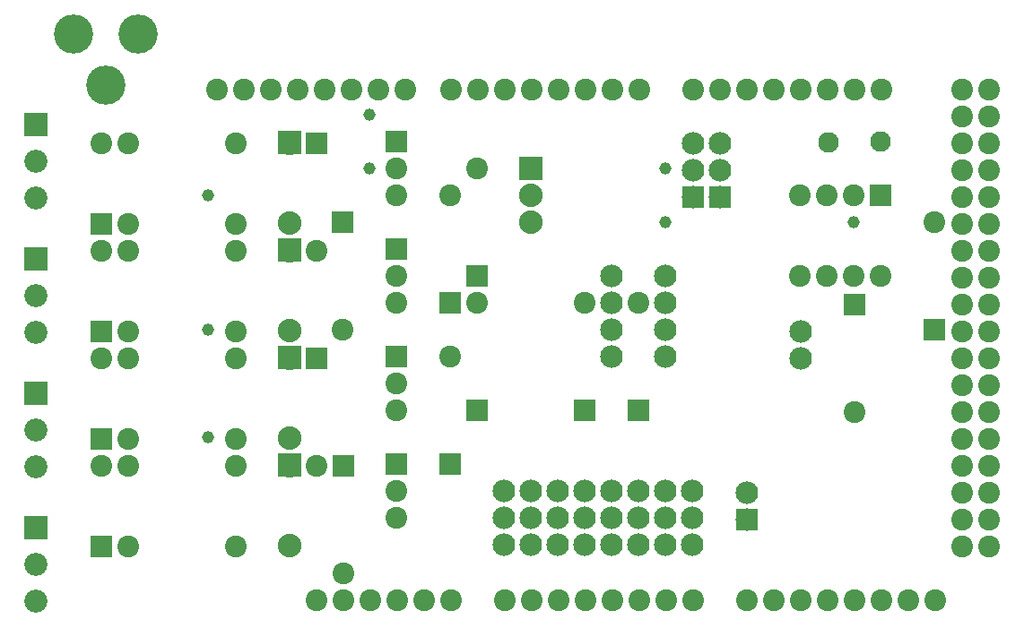
<source format=gts>
G04 MADE WITH FRITZING*
G04 WWW.FRITZING.ORG*
G04 DOUBLE SIDED*
G04 HOLES PLATED*
G04 CONTOUR ON CENTER OF CONTOUR VECTOR*
%ASAXBY*%
%FSLAX23Y23*%
%MOIN*%
%OFA0B0*%
%SFA1.0B1.0*%
%ADD10C,0.086000*%
%ADD11C,0.084000*%
%ADD12C,0.081000*%
%ADD13C,0.088000*%
%ADD14C,0.076925*%
%ADD15C,0.076866*%
%ADD16C,0.146000*%
%ADD17C,0.045370*%
%ADD18R,0.086000X0.086000*%
%ADD19R,0.081000X0.081000*%
%ADD20R,0.088000X0.088000*%
%ADD21R,0.084000X0.084000*%
%LNMASK1*%
G90*
G70*
G54D10*
X194Y1401D03*
X194Y1263D03*
X194Y1126D03*
X194Y1901D03*
X194Y1763D03*
X194Y1626D03*
X194Y401D03*
X194Y263D03*
X194Y126D03*
X194Y901D03*
X194Y763D03*
X194Y626D03*
G54D11*
X2434Y536D03*
X2434Y436D03*
X2434Y336D03*
X2534Y536D03*
X2534Y436D03*
X2534Y336D03*
G54D12*
X868Y2032D03*
X968Y2032D03*
X1068Y2032D03*
X1168Y2032D03*
X1268Y2032D03*
X1368Y2032D03*
X1468Y2032D03*
X1568Y2032D03*
X1738Y2032D03*
X1838Y2032D03*
X1938Y2032D03*
X2038Y2032D03*
X2138Y2032D03*
X2238Y2032D03*
X2338Y2032D03*
X2438Y2032D03*
X1238Y132D03*
X1338Y132D03*
X1438Y132D03*
X1538Y132D03*
X1638Y132D03*
X1738Y132D03*
X1938Y132D03*
X2038Y132D03*
X2138Y132D03*
X2238Y132D03*
X2338Y132D03*
X2438Y132D03*
X2638Y2032D03*
X2738Y2032D03*
X2838Y2032D03*
X2938Y2032D03*
X3038Y2032D03*
X3138Y2032D03*
X3238Y2032D03*
X3338Y2032D03*
X2538Y132D03*
X2638Y132D03*
X2838Y132D03*
X2938Y132D03*
X3038Y132D03*
X3138Y132D03*
X3238Y132D03*
X3338Y132D03*
X3438Y132D03*
X3538Y132D03*
X3638Y2032D03*
X3738Y2032D03*
X3638Y1932D03*
X3738Y1932D03*
X3638Y1832D03*
X3738Y1832D03*
X3638Y1732D03*
X3738Y1732D03*
X3638Y1632D03*
X3738Y1632D03*
X3638Y1532D03*
X3738Y1532D03*
X3638Y1432D03*
X3738Y1432D03*
X3638Y1332D03*
X3738Y1332D03*
X3638Y1232D03*
X3738Y1232D03*
X3638Y1132D03*
X3738Y1132D03*
X3638Y1032D03*
X3738Y1032D03*
X3638Y932D03*
X3738Y932D03*
X3638Y832D03*
X3738Y832D03*
X3638Y732D03*
X3738Y732D03*
X3638Y632D03*
X3738Y632D03*
X3638Y532D03*
X3738Y532D03*
X3638Y432D03*
X3738Y432D03*
X3638Y332D03*
X3738Y332D03*
G54D11*
X2634Y536D03*
X2634Y436D03*
X2634Y336D03*
G54D12*
X1534Y836D03*
X1534Y936D03*
X1534Y1036D03*
X1534Y436D03*
X1534Y536D03*
X1534Y636D03*
X1534Y1636D03*
X1534Y1736D03*
X1534Y1836D03*
X1534Y1236D03*
X1534Y1336D03*
X1534Y1436D03*
X1734Y636D03*
X1734Y1036D03*
X1834Y1336D03*
X1834Y1736D03*
X1734Y1236D03*
X1734Y1636D03*
X1834Y836D03*
X1834Y1236D03*
X438Y732D03*
X538Y732D03*
X938Y732D03*
X938Y1032D03*
X538Y1032D03*
X438Y1032D03*
X438Y332D03*
X538Y332D03*
X938Y332D03*
X938Y632D03*
X538Y632D03*
X438Y632D03*
X438Y1532D03*
X538Y1532D03*
X938Y1532D03*
X938Y1832D03*
X538Y1832D03*
X438Y1832D03*
X438Y1132D03*
X538Y1132D03*
X938Y1132D03*
X938Y1432D03*
X538Y1432D03*
X438Y1432D03*
G54D13*
X1138Y1432D03*
X1138Y1134D03*
X1138Y1032D03*
X1138Y734D03*
X1138Y1832D03*
X1138Y1534D03*
X1138Y632D03*
X1138Y334D03*
X2034Y1736D03*
X2034Y1636D03*
X2034Y1536D03*
G54D12*
X3334Y1636D03*
X3334Y1336D03*
X3234Y1636D03*
X3234Y1336D03*
X3134Y1636D03*
X3134Y1336D03*
X3034Y1636D03*
X3034Y1336D03*
G54D14*
X3141Y1835D03*
G54D15*
X3334Y1836D03*
G54D11*
X2838Y432D03*
X2838Y532D03*
G54D12*
X3534Y1136D03*
X3534Y1536D03*
G54D11*
X2638Y1632D03*
X2638Y1732D03*
X2638Y1832D03*
X2738Y1632D03*
X2738Y1732D03*
X2738Y1832D03*
G54D12*
X2234Y836D03*
X2234Y1236D03*
X2434Y836D03*
X2434Y1236D03*
G54D11*
X1934Y536D03*
X1934Y436D03*
X1934Y336D03*
X2234Y536D03*
X2234Y436D03*
X2234Y336D03*
X2034Y536D03*
X2034Y436D03*
X2034Y336D03*
X2334Y536D03*
X2334Y436D03*
X2334Y336D03*
X2134Y536D03*
X2134Y436D03*
X2134Y336D03*
G54D16*
X574Y2236D03*
X334Y2236D03*
X454Y2046D03*
G54D12*
X1334Y1536D03*
X1334Y1136D03*
X1338Y632D03*
X1338Y232D03*
X1238Y1832D03*
X1238Y1432D03*
X1238Y1032D03*
X1238Y632D03*
G54D11*
X2334Y1336D03*
X2334Y1236D03*
X2334Y1136D03*
X2334Y1036D03*
X2534Y1336D03*
X2534Y1236D03*
X2534Y1136D03*
X2534Y1036D03*
G54D17*
X834Y736D03*
X1434Y1736D03*
X2534Y1736D03*
X2534Y1536D03*
X3234Y1536D03*
X1434Y1936D03*
X834Y1136D03*
X834Y1636D03*
G54D12*
X3238Y1232D03*
X3238Y832D03*
G54D11*
X3038Y1132D03*
X3038Y1032D03*
G54D18*
X194Y1401D03*
X194Y1901D03*
X194Y401D03*
X194Y901D03*
G54D19*
X1534Y1036D03*
X1534Y636D03*
X1534Y1836D03*
X1534Y1436D03*
X1734Y636D03*
X1834Y1336D03*
X1734Y1236D03*
X1834Y836D03*
X438Y732D03*
X438Y332D03*
X438Y1532D03*
X438Y1132D03*
G54D20*
X1138Y1433D03*
X1138Y1033D03*
X1138Y1833D03*
X1138Y633D03*
X2034Y1736D03*
G54D19*
X3334Y1636D03*
G54D21*
X2838Y432D03*
G54D19*
X3534Y1136D03*
G54D21*
X2638Y1632D03*
X2738Y1632D03*
G54D19*
X2234Y836D03*
X2434Y836D03*
X1334Y1536D03*
X1338Y632D03*
X1238Y1832D03*
X1238Y1032D03*
X3238Y1232D03*
G04 End of Mask1*
M02*
</source>
